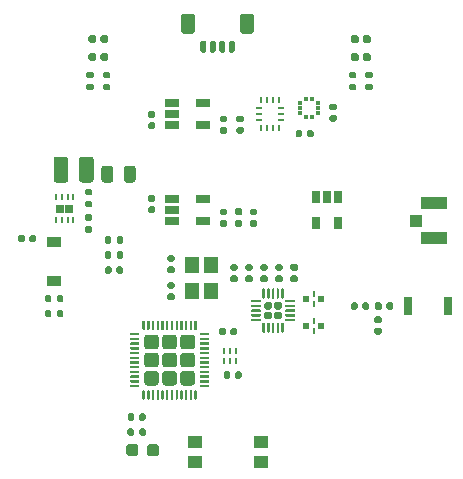
<source format=gbr>
%TF.GenerationSoftware,KiCad,Pcbnew,(5.1.10)-1*%
%TF.CreationDate,2021-11-20T18:05:25-05:00*%
%TF.ProjectId,MicroMod_Extension,4d696372-6f4d-46f6-945f-457874656e73,rev?*%
%TF.SameCoordinates,Original*%
%TF.FileFunction,Paste,Top*%
%TF.FilePolarity,Positive*%
%FSLAX46Y46*%
G04 Gerber Fmt 4.6, Leading zero omitted, Abs format (unit mm)*
G04 Created by KiCad (PCBNEW (5.1.10)-1) date 2021-11-20 18:05:25*
%MOMM*%
%LPD*%
G01*
G04 APERTURE LIST*
%ADD10R,1.150000X1.400000*%
%ADD11R,0.475000X0.250000*%
%ADD12R,0.250000X0.475000*%
%ADD13R,0.250000X0.550000*%
%ADD14R,0.460000X0.300000*%
%ADD15R,0.300000X0.460000*%
%ADD16R,1.220000X0.650000*%
%ADD17R,0.650000X0.750000*%
%ADD18R,0.250000X0.500000*%
%ADD19R,1.200000X1.000000*%
%ADD20R,1.050000X1.000000*%
%ADD21R,2.200000X1.050000*%
%ADD22R,0.250000X0.600000*%
%ADD23R,0.600000X0.600000*%
%ADD24R,0.800000X1.600000*%
%ADD25R,1.200000X0.900000*%
%ADD26R,0.650000X1.060000*%
G04 APERTURE END LIST*
D10*
%TO.C,Y1*%
X141567000Y-67521000D03*
X141567000Y-65321000D03*
X143167000Y-65321000D03*
X143167000Y-67521000D03*
%TD*%
D11*
%TO.C,U7*%
X147296500Y-53078000D03*
X147296500Y-52078000D03*
X147296500Y-52578000D03*
X149121500Y-53078000D03*
X149121500Y-52078000D03*
X149121500Y-52578000D03*
D12*
X148959000Y-53740500D03*
X147459000Y-53740500D03*
X147959000Y-53740500D03*
X148459000Y-53740500D03*
X148959000Y-51415500D03*
X147459000Y-51415500D03*
X147959000Y-51415500D03*
X148459000Y-51415500D03*
%TD*%
D13*
%TO.C,FL1*%
X145280000Y-73450000D03*
X144780000Y-73450000D03*
X144280000Y-73450000D03*
X144280000Y-72600000D03*
X144780000Y-72600000D03*
X145280000Y-72600000D03*
%TD*%
D14*
%TO.C,U8*%
X152296000Y-51620000D03*
X152296000Y-52070000D03*
X152296000Y-52520000D03*
X150726000Y-51620000D03*
X150726000Y-52070000D03*
X150726000Y-52520000D03*
D15*
X151736000Y-51285000D03*
X151286000Y-51285000D03*
X151736000Y-52855000D03*
X151286000Y-52855000D03*
%TD*%
%TO.C,J11*%
G36*
G01*
X141864000Y-44319999D02*
X141864000Y-45520001D01*
G75*
G02*
X141614001Y-45770000I-249999J0D01*
G01*
X140913999Y-45770000D01*
G75*
G02*
X140664000Y-45520001I0J249999D01*
G01*
X140664000Y-44319999D01*
G75*
G02*
X140913999Y-44070000I249999J0D01*
G01*
X141614001Y-44070000D01*
G75*
G02*
X141864000Y-44319999I0J-249999D01*
G01*
G37*
G36*
G01*
X146864000Y-44319999D02*
X146864000Y-45520001D01*
G75*
G02*
X146614001Y-45770000I-249999J0D01*
G01*
X145913999Y-45770000D01*
G75*
G02*
X145664000Y-45520001I0J249999D01*
G01*
X145664000Y-44319999D01*
G75*
G02*
X145913999Y-44070000I249999J0D01*
G01*
X146614001Y-44070000D01*
G75*
G02*
X146864000Y-44319999I0J-249999D01*
G01*
G37*
G36*
G01*
X142814000Y-46495000D02*
X142814000Y-47245000D01*
G75*
G02*
X142689000Y-47370000I-125000J0D01*
G01*
X142439000Y-47370000D01*
G75*
G02*
X142314000Y-47245000I0J125000D01*
G01*
X142314000Y-46495000D01*
G75*
G02*
X142439000Y-46370000I125000J0D01*
G01*
X142689000Y-46370000D01*
G75*
G02*
X142814000Y-46495000I0J-125000D01*
G01*
G37*
G36*
G01*
X143614000Y-46495000D02*
X143614000Y-47245000D01*
G75*
G02*
X143489000Y-47370000I-125000J0D01*
G01*
X143239000Y-47370000D01*
G75*
G02*
X143114000Y-47245000I0J125000D01*
G01*
X143114000Y-46495000D01*
G75*
G02*
X143239000Y-46370000I125000J0D01*
G01*
X143489000Y-46370000D01*
G75*
G02*
X143614000Y-46495000I0J-125000D01*
G01*
G37*
G36*
G01*
X144414000Y-46495000D02*
X144414000Y-47245000D01*
G75*
G02*
X144289000Y-47370000I-125000J0D01*
G01*
X144039000Y-47370000D01*
G75*
G02*
X143914000Y-47245000I0J125000D01*
G01*
X143914000Y-46495000D01*
G75*
G02*
X144039000Y-46370000I125000J0D01*
G01*
X144289000Y-46370000D01*
G75*
G02*
X144414000Y-46495000I0J-125000D01*
G01*
G37*
G36*
G01*
X145214000Y-46495000D02*
X145214000Y-47245000D01*
G75*
G02*
X145089000Y-47370000I-125000J0D01*
G01*
X144839000Y-47370000D01*
G75*
G02*
X144714000Y-47245000I0J125000D01*
G01*
X144714000Y-46495000D01*
G75*
G02*
X144839000Y-46370000I125000J0D01*
G01*
X145089000Y-46370000D01*
G75*
G02*
X145214000Y-46495000I0J-125000D01*
G01*
G37*
%TD*%
%TO.C,U2*%
G36*
G01*
X140610000Y-75306001D02*
X140610000Y-74565999D01*
G75*
G02*
X140859999Y-74316000I249999J0D01*
G01*
X141600001Y-74316000D01*
G75*
G02*
X141850000Y-74565999I0J-249999D01*
G01*
X141850000Y-75306001D01*
G75*
G02*
X141600001Y-75556000I-249999J0D01*
G01*
X140859999Y-75556000D01*
G75*
G02*
X140610000Y-75306001I0J249999D01*
G01*
G37*
G36*
G01*
X140610000Y-73776001D02*
X140610000Y-73035999D01*
G75*
G02*
X140859999Y-72786000I249999J0D01*
G01*
X141600001Y-72786000D01*
G75*
G02*
X141850000Y-73035999I0J-249999D01*
G01*
X141850000Y-73776001D01*
G75*
G02*
X141600001Y-74026000I-249999J0D01*
G01*
X140859999Y-74026000D01*
G75*
G02*
X140610000Y-73776001I0J249999D01*
G01*
G37*
G36*
G01*
X140610000Y-72246001D02*
X140610000Y-71505999D01*
G75*
G02*
X140859999Y-71256000I249999J0D01*
G01*
X141600001Y-71256000D01*
G75*
G02*
X141850000Y-71505999I0J-249999D01*
G01*
X141850000Y-72246001D01*
G75*
G02*
X141600001Y-72496000I-249999J0D01*
G01*
X140859999Y-72496000D01*
G75*
G02*
X140610000Y-72246001I0J249999D01*
G01*
G37*
G36*
G01*
X139080000Y-75306001D02*
X139080000Y-74565999D01*
G75*
G02*
X139329999Y-74316000I249999J0D01*
G01*
X140070001Y-74316000D01*
G75*
G02*
X140320000Y-74565999I0J-249999D01*
G01*
X140320000Y-75306001D01*
G75*
G02*
X140070001Y-75556000I-249999J0D01*
G01*
X139329999Y-75556000D01*
G75*
G02*
X139080000Y-75306001I0J249999D01*
G01*
G37*
G36*
G01*
X139080000Y-73776001D02*
X139080000Y-73035999D01*
G75*
G02*
X139329999Y-72786000I249999J0D01*
G01*
X140070001Y-72786000D01*
G75*
G02*
X140320000Y-73035999I0J-249999D01*
G01*
X140320000Y-73776001D01*
G75*
G02*
X140070001Y-74026000I-249999J0D01*
G01*
X139329999Y-74026000D01*
G75*
G02*
X139080000Y-73776001I0J249999D01*
G01*
G37*
G36*
G01*
X139080000Y-72246001D02*
X139080000Y-71505999D01*
G75*
G02*
X139329999Y-71256000I249999J0D01*
G01*
X140070001Y-71256000D01*
G75*
G02*
X140320000Y-71505999I0J-249999D01*
G01*
X140320000Y-72246001D01*
G75*
G02*
X140070001Y-72496000I-249999J0D01*
G01*
X139329999Y-72496000D01*
G75*
G02*
X139080000Y-72246001I0J249999D01*
G01*
G37*
G36*
G01*
X137550000Y-75306001D02*
X137550000Y-74565999D01*
G75*
G02*
X137799999Y-74316000I249999J0D01*
G01*
X138540001Y-74316000D01*
G75*
G02*
X138790000Y-74565999I0J-249999D01*
G01*
X138790000Y-75306001D01*
G75*
G02*
X138540001Y-75556000I-249999J0D01*
G01*
X137799999Y-75556000D01*
G75*
G02*
X137550000Y-75306001I0J249999D01*
G01*
G37*
G36*
G01*
X137550000Y-73776001D02*
X137550000Y-73035999D01*
G75*
G02*
X137799999Y-72786000I249999J0D01*
G01*
X138540001Y-72786000D01*
G75*
G02*
X138790000Y-73035999I0J-249999D01*
G01*
X138790000Y-73776001D01*
G75*
G02*
X138540001Y-74026000I-249999J0D01*
G01*
X137799999Y-74026000D01*
G75*
G02*
X137550000Y-73776001I0J249999D01*
G01*
G37*
G36*
G01*
X137550000Y-72246001D02*
X137550000Y-71505999D01*
G75*
G02*
X137799999Y-71256000I249999J0D01*
G01*
X138540001Y-71256000D01*
G75*
G02*
X138790000Y-71505999I0J-249999D01*
G01*
X138790000Y-72246001D01*
G75*
G02*
X138540001Y-72496000I-249999J0D01*
G01*
X137799999Y-72496000D01*
G75*
G02*
X137550000Y-72246001I0J249999D01*
G01*
G37*
G36*
G01*
X137400000Y-70806000D02*
X137400000Y-70106000D01*
G75*
G02*
X137450000Y-70056000I50000J0D01*
G01*
X137550000Y-70056000D01*
G75*
G02*
X137600000Y-70106000I0J-50000D01*
G01*
X137600000Y-70806000D01*
G75*
G02*
X137550000Y-70856000I-50000J0D01*
G01*
X137450000Y-70856000D01*
G75*
G02*
X137400000Y-70806000I0J50000D01*
G01*
G37*
G36*
G01*
X137800000Y-70806000D02*
X137800000Y-70106000D01*
G75*
G02*
X137850000Y-70056000I50000J0D01*
G01*
X137950000Y-70056000D01*
G75*
G02*
X138000000Y-70106000I0J-50000D01*
G01*
X138000000Y-70806000D01*
G75*
G02*
X137950000Y-70856000I-50000J0D01*
G01*
X137850000Y-70856000D01*
G75*
G02*
X137800000Y-70806000I0J50000D01*
G01*
G37*
G36*
G01*
X138200000Y-70806000D02*
X138200000Y-70106000D01*
G75*
G02*
X138250000Y-70056000I50000J0D01*
G01*
X138350000Y-70056000D01*
G75*
G02*
X138400000Y-70106000I0J-50000D01*
G01*
X138400000Y-70806000D01*
G75*
G02*
X138350000Y-70856000I-50000J0D01*
G01*
X138250000Y-70856000D01*
G75*
G02*
X138200000Y-70806000I0J50000D01*
G01*
G37*
G36*
G01*
X138600000Y-70806000D02*
X138600000Y-70106000D01*
G75*
G02*
X138650000Y-70056000I50000J0D01*
G01*
X138750000Y-70056000D01*
G75*
G02*
X138800000Y-70106000I0J-50000D01*
G01*
X138800000Y-70806000D01*
G75*
G02*
X138750000Y-70856000I-50000J0D01*
G01*
X138650000Y-70856000D01*
G75*
G02*
X138600000Y-70806000I0J50000D01*
G01*
G37*
G36*
G01*
X139000000Y-70806000D02*
X139000000Y-70106000D01*
G75*
G02*
X139050000Y-70056000I50000J0D01*
G01*
X139150000Y-70056000D01*
G75*
G02*
X139200000Y-70106000I0J-50000D01*
G01*
X139200000Y-70806000D01*
G75*
G02*
X139150000Y-70856000I-50000J0D01*
G01*
X139050000Y-70856000D01*
G75*
G02*
X139000000Y-70806000I0J50000D01*
G01*
G37*
G36*
G01*
X139400000Y-70806000D02*
X139400000Y-70106000D01*
G75*
G02*
X139450000Y-70056000I50000J0D01*
G01*
X139550000Y-70056000D01*
G75*
G02*
X139600000Y-70106000I0J-50000D01*
G01*
X139600000Y-70806000D01*
G75*
G02*
X139550000Y-70856000I-50000J0D01*
G01*
X139450000Y-70856000D01*
G75*
G02*
X139400000Y-70806000I0J50000D01*
G01*
G37*
G36*
G01*
X139800000Y-70806000D02*
X139800000Y-70106000D01*
G75*
G02*
X139850000Y-70056000I50000J0D01*
G01*
X139950000Y-70056000D01*
G75*
G02*
X140000000Y-70106000I0J-50000D01*
G01*
X140000000Y-70806000D01*
G75*
G02*
X139950000Y-70856000I-50000J0D01*
G01*
X139850000Y-70856000D01*
G75*
G02*
X139800000Y-70806000I0J50000D01*
G01*
G37*
G36*
G01*
X140200000Y-70806000D02*
X140200000Y-70106000D01*
G75*
G02*
X140250000Y-70056000I50000J0D01*
G01*
X140350000Y-70056000D01*
G75*
G02*
X140400000Y-70106000I0J-50000D01*
G01*
X140400000Y-70806000D01*
G75*
G02*
X140350000Y-70856000I-50000J0D01*
G01*
X140250000Y-70856000D01*
G75*
G02*
X140200000Y-70806000I0J50000D01*
G01*
G37*
G36*
G01*
X140600000Y-70806000D02*
X140600000Y-70106000D01*
G75*
G02*
X140650000Y-70056000I50000J0D01*
G01*
X140750000Y-70056000D01*
G75*
G02*
X140800000Y-70106000I0J-50000D01*
G01*
X140800000Y-70806000D01*
G75*
G02*
X140750000Y-70856000I-50000J0D01*
G01*
X140650000Y-70856000D01*
G75*
G02*
X140600000Y-70806000I0J50000D01*
G01*
G37*
G36*
G01*
X141000000Y-70806000D02*
X141000000Y-70106000D01*
G75*
G02*
X141050000Y-70056000I50000J0D01*
G01*
X141150000Y-70056000D01*
G75*
G02*
X141200000Y-70106000I0J-50000D01*
G01*
X141200000Y-70806000D01*
G75*
G02*
X141150000Y-70856000I-50000J0D01*
G01*
X141050000Y-70856000D01*
G75*
G02*
X141000000Y-70806000I0J50000D01*
G01*
G37*
G36*
G01*
X141400000Y-70806000D02*
X141400000Y-70106000D01*
G75*
G02*
X141450000Y-70056000I50000J0D01*
G01*
X141550000Y-70056000D01*
G75*
G02*
X141600000Y-70106000I0J-50000D01*
G01*
X141600000Y-70806000D01*
G75*
G02*
X141550000Y-70856000I-50000J0D01*
G01*
X141450000Y-70856000D01*
G75*
G02*
X141400000Y-70806000I0J50000D01*
G01*
G37*
G36*
G01*
X141800000Y-70806000D02*
X141800000Y-70106000D01*
G75*
G02*
X141850000Y-70056000I50000J0D01*
G01*
X141950000Y-70056000D01*
G75*
G02*
X142000000Y-70106000I0J-50000D01*
G01*
X142000000Y-70806000D01*
G75*
G02*
X141950000Y-70856000I-50000J0D01*
G01*
X141850000Y-70856000D01*
G75*
G02*
X141800000Y-70806000I0J50000D01*
G01*
G37*
G36*
G01*
X142250000Y-71256000D02*
X142250000Y-71156000D01*
G75*
G02*
X142300000Y-71106000I50000J0D01*
G01*
X143000000Y-71106000D01*
G75*
G02*
X143050000Y-71156000I0J-50000D01*
G01*
X143050000Y-71256000D01*
G75*
G02*
X143000000Y-71306000I-50000J0D01*
G01*
X142300000Y-71306000D01*
G75*
G02*
X142250000Y-71256000I0J50000D01*
G01*
G37*
G36*
G01*
X142250000Y-71656000D02*
X142250000Y-71556000D01*
G75*
G02*
X142300000Y-71506000I50000J0D01*
G01*
X143000000Y-71506000D01*
G75*
G02*
X143050000Y-71556000I0J-50000D01*
G01*
X143050000Y-71656000D01*
G75*
G02*
X143000000Y-71706000I-50000J0D01*
G01*
X142300000Y-71706000D01*
G75*
G02*
X142250000Y-71656000I0J50000D01*
G01*
G37*
G36*
G01*
X142250000Y-72056000D02*
X142250000Y-71956000D01*
G75*
G02*
X142300000Y-71906000I50000J0D01*
G01*
X143000000Y-71906000D01*
G75*
G02*
X143050000Y-71956000I0J-50000D01*
G01*
X143050000Y-72056000D01*
G75*
G02*
X143000000Y-72106000I-50000J0D01*
G01*
X142300000Y-72106000D01*
G75*
G02*
X142250000Y-72056000I0J50000D01*
G01*
G37*
G36*
G01*
X142250000Y-72456000D02*
X142250000Y-72356000D01*
G75*
G02*
X142300000Y-72306000I50000J0D01*
G01*
X143000000Y-72306000D01*
G75*
G02*
X143050000Y-72356000I0J-50000D01*
G01*
X143050000Y-72456000D01*
G75*
G02*
X143000000Y-72506000I-50000J0D01*
G01*
X142300000Y-72506000D01*
G75*
G02*
X142250000Y-72456000I0J50000D01*
G01*
G37*
G36*
G01*
X142250000Y-72856000D02*
X142250000Y-72756000D01*
G75*
G02*
X142300000Y-72706000I50000J0D01*
G01*
X143000000Y-72706000D01*
G75*
G02*
X143050000Y-72756000I0J-50000D01*
G01*
X143050000Y-72856000D01*
G75*
G02*
X143000000Y-72906000I-50000J0D01*
G01*
X142300000Y-72906000D01*
G75*
G02*
X142250000Y-72856000I0J50000D01*
G01*
G37*
G36*
G01*
X142250000Y-73256000D02*
X142250000Y-73156000D01*
G75*
G02*
X142300000Y-73106000I50000J0D01*
G01*
X143000000Y-73106000D01*
G75*
G02*
X143050000Y-73156000I0J-50000D01*
G01*
X143050000Y-73256000D01*
G75*
G02*
X143000000Y-73306000I-50000J0D01*
G01*
X142300000Y-73306000D01*
G75*
G02*
X142250000Y-73256000I0J50000D01*
G01*
G37*
G36*
G01*
X142250000Y-73656000D02*
X142250000Y-73556000D01*
G75*
G02*
X142300000Y-73506000I50000J0D01*
G01*
X143000000Y-73506000D01*
G75*
G02*
X143050000Y-73556000I0J-50000D01*
G01*
X143050000Y-73656000D01*
G75*
G02*
X143000000Y-73706000I-50000J0D01*
G01*
X142300000Y-73706000D01*
G75*
G02*
X142250000Y-73656000I0J50000D01*
G01*
G37*
G36*
G01*
X142250000Y-74056000D02*
X142250000Y-73956000D01*
G75*
G02*
X142300000Y-73906000I50000J0D01*
G01*
X143000000Y-73906000D01*
G75*
G02*
X143050000Y-73956000I0J-50000D01*
G01*
X143050000Y-74056000D01*
G75*
G02*
X143000000Y-74106000I-50000J0D01*
G01*
X142300000Y-74106000D01*
G75*
G02*
X142250000Y-74056000I0J50000D01*
G01*
G37*
G36*
G01*
X142250000Y-74456000D02*
X142250000Y-74356000D01*
G75*
G02*
X142300000Y-74306000I50000J0D01*
G01*
X143000000Y-74306000D01*
G75*
G02*
X143050000Y-74356000I0J-50000D01*
G01*
X143050000Y-74456000D01*
G75*
G02*
X143000000Y-74506000I-50000J0D01*
G01*
X142300000Y-74506000D01*
G75*
G02*
X142250000Y-74456000I0J50000D01*
G01*
G37*
G36*
G01*
X142250000Y-74856000D02*
X142250000Y-74756000D01*
G75*
G02*
X142300000Y-74706000I50000J0D01*
G01*
X143000000Y-74706000D01*
G75*
G02*
X143050000Y-74756000I0J-50000D01*
G01*
X143050000Y-74856000D01*
G75*
G02*
X143000000Y-74906000I-50000J0D01*
G01*
X142300000Y-74906000D01*
G75*
G02*
X142250000Y-74856000I0J50000D01*
G01*
G37*
G36*
G01*
X142250000Y-75256000D02*
X142250000Y-75156000D01*
G75*
G02*
X142300000Y-75106000I50000J0D01*
G01*
X143000000Y-75106000D01*
G75*
G02*
X143050000Y-75156000I0J-50000D01*
G01*
X143050000Y-75256000D01*
G75*
G02*
X143000000Y-75306000I-50000J0D01*
G01*
X142300000Y-75306000D01*
G75*
G02*
X142250000Y-75256000I0J50000D01*
G01*
G37*
G36*
G01*
X142250000Y-75656000D02*
X142250000Y-75556000D01*
G75*
G02*
X142300000Y-75506000I50000J0D01*
G01*
X143000000Y-75506000D01*
G75*
G02*
X143050000Y-75556000I0J-50000D01*
G01*
X143050000Y-75656000D01*
G75*
G02*
X143000000Y-75706000I-50000J0D01*
G01*
X142300000Y-75706000D01*
G75*
G02*
X142250000Y-75656000I0J50000D01*
G01*
G37*
G36*
G01*
X141800000Y-76706000D02*
X141800000Y-76006000D01*
G75*
G02*
X141850000Y-75956000I50000J0D01*
G01*
X141950000Y-75956000D01*
G75*
G02*
X142000000Y-76006000I0J-50000D01*
G01*
X142000000Y-76706000D01*
G75*
G02*
X141950000Y-76756000I-50000J0D01*
G01*
X141850000Y-76756000D01*
G75*
G02*
X141800000Y-76706000I0J50000D01*
G01*
G37*
G36*
G01*
X141400000Y-76706000D02*
X141400000Y-76006000D01*
G75*
G02*
X141450000Y-75956000I50000J0D01*
G01*
X141550000Y-75956000D01*
G75*
G02*
X141600000Y-76006000I0J-50000D01*
G01*
X141600000Y-76706000D01*
G75*
G02*
X141550000Y-76756000I-50000J0D01*
G01*
X141450000Y-76756000D01*
G75*
G02*
X141400000Y-76706000I0J50000D01*
G01*
G37*
G36*
G01*
X141000000Y-76706000D02*
X141000000Y-76006000D01*
G75*
G02*
X141050000Y-75956000I50000J0D01*
G01*
X141150000Y-75956000D01*
G75*
G02*
X141200000Y-76006000I0J-50000D01*
G01*
X141200000Y-76706000D01*
G75*
G02*
X141150000Y-76756000I-50000J0D01*
G01*
X141050000Y-76756000D01*
G75*
G02*
X141000000Y-76706000I0J50000D01*
G01*
G37*
G36*
G01*
X140600000Y-76706000D02*
X140600000Y-76006000D01*
G75*
G02*
X140650000Y-75956000I50000J0D01*
G01*
X140750000Y-75956000D01*
G75*
G02*
X140800000Y-76006000I0J-50000D01*
G01*
X140800000Y-76706000D01*
G75*
G02*
X140750000Y-76756000I-50000J0D01*
G01*
X140650000Y-76756000D01*
G75*
G02*
X140600000Y-76706000I0J50000D01*
G01*
G37*
G36*
G01*
X140200000Y-76706000D02*
X140200000Y-76006000D01*
G75*
G02*
X140250000Y-75956000I50000J0D01*
G01*
X140350000Y-75956000D01*
G75*
G02*
X140400000Y-76006000I0J-50000D01*
G01*
X140400000Y-76706000D01*
G75*
G02*
X140350000Y-76756000I-50000J0D01*
G01*
X140250000Y-76756000D01*
G75*
G02*
X140200000Y-76706000I0J50000D01*
G01*
G37*
G36*
G01*
X139800000Y-76706000D02*
X139800000Y-76006000D01*
G75*
G02*
X139850000Y-75956000I50000J0D01*
G01*
X139950000Y-75956000D01*
G75*
G02*
X140000000Y-76006000I0J-50000D01*
G01*
X140000000Y-76706000D01*
G75*
G02*
X139950000Y-76756000I-50000J0D01*
G01*
X139850000Y-76756000D01*
G75*
G02*
X139800000Y-76706000I0J50000D01*
G01*
G37*
G36*
G01*
X139400000Y-76706000D02*
X139400000Y-76006000D01*
G75*
G02*
X139450000Y-75956000I50000J0D01*
G01*
X139550000Y-75956000D01*
G75*
G02*
X139600000Y-76006000I0J-50000D01*
G01*
X139600000Y-76706000D01*
G75*
G02*
X139550000Y-76756000I-50000J0D01*
G01*
X139450000Y-76756000D01*
G75*
G02*
X139400000Y-76706000I0J50000D01*
G01*
G37*
G36*
G01*
X139000000Y-76706000D02*
X139000000Y-76006000D01*
G75*
G02*
X139050000Y-75956000I50000J0D01*
G01*
X139150000Y-75956000D01*
G75*
G02*
X139200000Y-76006000I0J-50000D01*
G01*
X139200000Y-76706000D01*
G75*
G02*
X139150000Y-76756000I-50000J0D01*
G01*
X139050000Y-76756000D01*
G75*
G02*
X139000000Y-76706000I0J50000D01*
G01*
G37*
G36*
G01*
X138600000Y-76706000D02*
X138600000Y-76006000D01*
G75*
G02*
X138650000Y-75956000I50000J0D01*
G01*
X138750000Y-75956000D01*
G75*
G02*
X138800000Y-76006000I0J-50000D01*
G01*
X138800000Y-76706000D01*
G75*
G02*
X138750000Y-76756000I-50000J0D01*
G01*
X138650000Y-76756000D01*
G75*
G02*
X138600000Y-76706000I0J50000D01*
G01*
G37*
G36*
G01*
X138200000Y-76706000D02*
X138200000Y-76006000D01*
G75*
G02*
X138250000Y-75956000I50000J0D01*
G01*
X138350000Y-75956000D01*
G75*
G02*
X138400000Y-76006000I0J-50000D01*
G01*
X138400000Y-76706000D01*
G75*
G02*
X138350000Y-76756000I-50000J0D01*
G01*
X138250000Y-76756000D01*
G75*
G02*
X138200000Y-76706000I0J50000D01*
G01*
G37*
G36*
G01*
X137800000Y-76706000D02*
X137800000Y-76006000D01*
G75*
G02*
X137850000Y-75956000I50000J0D01*
G01*
X137950000Y-75956000D01*
G75*
G02*
X138000000Y-76006000I0J-50000D01*
G01*
X138000000Y-76706000D01*
G75*
G02*
X137950000Y-76756000I-50000J0D01*
G01*
X137850000Y-76756000D01*
G75*
G02*
X137800000Y-76706000I0J50000D01*
G01*
G37*
G36*
G01*
X137400000Y-76706000D02*
X137400000Y-76006000D01*
G75*
G02*
X137450000Y-75956000I50000J0D01*
G01*
X137550000Y-75956000D01*
G75*
G02*
X137600000Y-76006000I0J-50000D01*
G01*
X137600000Y-76706000D01*
G75*
G02*
X137550000Y-76756000I-50000J0D01*
G01*
X137450000Y-76756000D01*
G75*
G02*
X137400000Y-76706000I0J50000D01*
G01*
G37*
G36*
G01*
X136350000Y-75656000D02*
X136350000Y-75556000D01*
G75*
G02*
X136400000Y-75506000I50000J0D01*
G01*
X137100000Y-75506000D01*
G75*
G02*
X137150000Y-75556000I0J-50000D01*
G01*
X137150000Y-75656000D01*
G75*
G02*
X137100000Y-75706000I-50000J0D01*
G01*
X136400000Y-75706000D01*
G75*
G02*
X136350000Y-75656000I0J50000D01*
G01*
G37*
G36*
G01*
X136350000Y-75256000D02*
X136350000Y-75156000D01*
G75*
G02*
X136400000Y-75106000I50000J0D01*
G01*
X137100000Y-75106000D01*
G75*
G02*
X137150000Y-75156000I0J-50000D01*
G01*
X137150000Y-75256000D01*
G75*
G02*
X137100000Y-75306000I-50000J0D01*
G01*
X136400000Y-75306000D01*
G75*
G02*
X136350000Y-75256000I0J50000D01*
G01*
G37*
G36*
G01*
X136350000Y-74856000D02*
X136350000Y-74756000D01*
G75*
G02*
X136400000Y-74706000I50000J0D01*
G01*
X137100000Y-74706000D01*
G75*
G02*
X137150000Y-74756000I0J-50000D01*
G01*
X137150000Y-74856000D01*
G75*
G02*
X137100000Y-74906000I-50000J0D01*
G01*
X136400000Y-74906000D01*
G75*
G02*
X136350000Y-74856000I0J50000D01*
G01*
G37*
G36*
G01*
X136350000Y-74456000D02*
X136350000Y-74356000D01*
G75*
G02*
X136400000Y-74306000I50000J0D01*
G01*
X137100000Y-74306000D01*
G75*
G02*
X137150000Y-74356000I0J-50000D01*
G01*
X137150000Y-74456000D01*
G75*
G02*
X137100000Y-74506000I-50000J0D01*
G01*
X136400000Y-74506000D01*
G75*
G02*
X136350000Y-74456000I0J50000D01*
G01*
G37*
G36*
G01*
X136350000Y-74056000D02*
X136350000Y-73956000D01*
G75*
G02*
X136400000Y-73906000I50000J0D01*
G01*
X137100000Y-73906000D01*
G75*
G02*
X137150000Y-73956000I0J-50000D01*
G01*
X137150000Y-74056000D01*
G75*
G02*
X137100000Y-74106000I-50000J0D01*
G01*
X136400000Y-74106000D01*
G75*
G02*
X136350000Y-74056000I0J50000D01*
G01*
G37*
G36*
G01*
X136350000Y-73656000D02*
X136350000Y-73556000D01*
G75*
G02*
X136400000Y-73506000I50000J0D01*
G01*
X137100000Y-73506000D01*
G75*
G02*
X137150000Y-73556000I0J-50000D01*
G01*
X137150000Y-73656000D01*
G75*
G02*
X137100000Y-73706000I-50000J0D01*
G01*
X136400000Y-73706000D01*
G75*
G02*
X136350000Y-73656000I0J50000D01*
G01*
G37*
G36*
G01*
X136350000Y-73256000D02*
X136350000Y-73156000D01*
G75*
G02*
X136400000Y-73106000I50000J0D01*
G01*
X137100000Y-73106000D01*
G75*
G02*
X137150000Y-73156000I0J-50000D01*
G01*
X137150000Y-73256000D01*
G75*
G02*
X137100000Y-73306000I-50000J0D01*
G01*
X136400000Y-73306000D01*
G75*
G02*
X136350000Y-73256000I0J50000D01*
G01*
G37*
G36*
G01*
X136350000Y-72856000D02*
X136350000Y-72756000D01*
G75*
G02*
X136400000Y-72706000I50000J0D01*
G01*
X137100000Y-72706000D01*
G75*
G02*
X137150000Y-72756000I0J-50000D01*
G01*
X137150000Y-72856000D01*
G75*
G02*
X137100000Y-72906000I-50000J0D01*
G01*
X136400000Y-72906000D01*
G75*
G02*
X136350000Y-72856000I0J50000D01*
G01*
G37*
G36*
G01*
X136350000Y-72456000D02*
X136350000Y-72356000D01*
G75*
G02*
X136400000Y-72306000I50000J0D01*
G01*
X137100000Y-72306000D01*
G75*
G02*
X137150000Y-72356000I0J-50000D01*
G01*
X137150000Y-72456000D01*
G75*
G02*
X137100000Y-72506000I-50000J0D01*
G01*
X136400000Y-72506000D01*
G75*
G02*
X136350000Y-72456000I0J50000D01*
G01*
G37*
G36*
G01*
X136350000Y-72056000D02*
X136350000Y-71956000D01*
G75*
G02*
X136400000Y-71906000I50000J0D01*
G01*
X137100000Y-71906000D01*
G75*
G02*
X137150000Y-71956000I0J-50000D01*
G01*
X137150000Y-72056000D01*
G75*
G02*
X137100000Y-72106000I-50000J0D01*
G01*
X136400000Y-72106000D01*
G75*
G02*
X136350000Y-72056000I0J50000D01*
G01*
G37*
G36*
G01*
X136350000Y-71656000D02*
X136350000Y-71556000D01*
G75*
G02*
X136400000Y-71506000I50000J0D01*
G01*
X137100000Y-71506000D01*
G75*
G02*
X137150000Y-71556000I0J-50000D01*
G01*
X137150000Y-71656000D01*
G75*
G02*
X137100000Y-71706000I-50000J0D01*
G01*
X136400000Y-71706000D01*
G75*
G02*
X136350000Y-71656000I0J50000D01*
G01*
G37*
G36*
G01*
X136350000Y-71256000D02*
X136350000Y-71156000D01*
G75*
G02*
X136400000Y-71106000I50000J0D01*
G01*
X137100000Y-71106000D01*
G75*
G02*
X137150000Y-71156000I0J-50000D01*
G01*
X137150000Y-71256000D01*
G75*
G02*
X137100000Y-71306000I-50000J0D01*
G01*
X136400000Y-71306000D01*
G75*
G02*
X136350000Y-71256000I0J50000D01*
G01*
G37*
%TD*%
%TO.C,L2*%
G36*
G01*
X145714500Y-61151000D02*
X145369500Y-61151000D01*
G75*
G02*
X145222000Y-61003500I0J147500D01*
G01*
X145222000Y-60708500D01*
G75*
G02*
X145369500Y-60561000I147500J0D01*
G01*
X145714500Y-60561000D01*
G75*
G02*
X145862000Y-60708500I0J-147500D01*
G01*
X145862000Y-61003500D01*
G75*
G02*
X145714500Y-61151000I-147500J0D01*
G01*
G37*
G36*
G01*
X145714500Y-62121000D02*
X145369500Y-62121000D01*
G75*
G02*
X145222000Y-61973500I0J147500D01*
G01*
X145222000Y-61678500D01*
G75*
G02*
X145369500Y-61531000I147500J0D01*
G01*
X145714500Y-61531000D01*
G75*
G02*
X145862000Y-61678500I0J-147500D01*
G01*
X145862000Y-61973500D01*
G75*
G02*
X145714500Y-62121000I-147500J0D01*
G01*
G37*
%TD*%
%TO.C,C25*%
G36*
G01*
X146982000Y-61141000D02*
X146642000Y-61141000D01*
G75*
G02*
X146502000Y-61001000I0J140000D01*
G01*
X146502000Y-60721000D01*
G75*
G02*
X146642000Y-60581000I140000J0D01*
G01*
X146982000Y-60581000D01*
G75*
G02*
X147122000Y-60721000I0J-140000D01*
G01*
X147122000Y-61001000D01*
G75*
G02*
X146982000Y-61141000I-140000J0D01*
G01*
G37*
G36*
G01*
X146982000Y-62101000D02*
X146642000Y-62101000D01*
G75*
G02*
X146502000Y-61961000I0J140000D01*
G01*
X146502000Y-61681000D01*
G75*
G02*
X146642000Y-61541000I140000J0D01*
G01*
X146982000Y-61541000D01*
G75*
G02*
X147122000Y-61681000I0J-140000D01*
G01*
X147122000Y-61961000D01*
G75*
G02*
X146982000Y-62101000I-140000J0D01*
G01*
G37*
%TD*%
%TO.C,C24*%
G36*
G01*
X153713000Y-52251000D02*
X153373000Y-52251000D01*
G75*
G02*
X153233000Y-52111000I0J140000D01*
G01*
X153233000Y-51831000D01*
G75*
G02*
X153373000Y-51691000I140000J0D01*
G01*
X153713000Y-51691000D01*
G75*
G02*
X153853000Y-51831000I0J-140000D01*
G01*
X153853000Y-52111000D01*
G75*
G02*
X153713000Y-52251000I-140000J0D01*
G01*
G37*
G36*
G01*
X153713000Y-53211000D02*
X153373000Y-53211000D01*
G75*
G02*
X153233000Y-53071000I0J140000D01*
G01*
X153233000Y-52791000D01*
G75*
G02*
X153373000Y-52651000I140000J0D01*
G01*
X153713000Y-52651000D01*
G75*
G02*
X153853000Y-52791000I0J-140000D01*
G01*
X153853000Y-53071000D01*
G75*
G02*
X153713000Y-53211000I-140000J0D01*
G01*
G37*
%TD*%
%TO.C,C23*%
G36*
G01*
X150930000Y-54059000D02*
X150930000Y-54399000D01*
G75*
G02*
X150790000Y-54539000I-140000J0D01*
G01*
X150510000Y-54539000D01*
G75*
G02*
X150370000Y-54399000I0J140000D01*
G01*
X150370000Y-54059000D01*
G75*
G02*
X150510000Y-53919000I140000J0D01*
G01*
X150790000Y-53919000D01*
G75*
G02*
X150930000Y-54059000I0J-140000D01*
G01*
G37*
G36*
G01*
X151890000Y-54059000D02*
X151890000Y-54399000D01*
G75*
G02*
X151750000Y-54539000I-140000J0D01*
G01*
X151470000Y-54539000D01*
G75*
G02*
X151330000Y-54399000I0J140000D01*
G01*
X151330000Y-54059000D01*
G75*
G02*
X151470000Y-53919000I140000J0D01*
G01*
X151750000Y-53919000D01*
G75*
G02*
X151890000Y-54059000I0J-140000D01*
G01*
G37*
%TD*%
%TO.C,C18*%
G36*
G01*
X134932000Y-57183000D02*
X134932000Y-58133000D01*
G75*
G02*
X134682000Y-58383000I-250000J0D01*
G01*
X134182000Y-58383000D01*
G75*
G02*
X133932000Y-58133000I0J250000D01*
G01*
X133932000Y-57183000D01*
G75*
G02*
X134182000Y-56933000I250000J0D01*
G01*
X134682000Y-56933000D01*
G75*
G02*
X134932000Y-57183000I0J-250000D01*
G01*
G37*
G36*
G01*
X136832000Y-57183000D02*
X136832000Y-58133000D01*
G75*
G02*
X136582000Y-58383000I-250000J0D01*
G01*
X136082000Y-58383000D01*
G75*
G02*
X135832000Y-58133000I0J250000D01*
G01*
X135832000Y-57183000D01*
G75*
G02*
X136082000Y-56933000I250000J0D01*
G01*
X136582000Y-56933000D01*
G75*
G02*
X136832000Y-57183000I0J-250000D01*
G01*
G37*
%TD*%
%TO.C,C1*%
G36*
G01*
X145499000Y-53667000D02*
X145839000Y-53667000D01*
G75*
G02*
X145979000Y-53807000I0J-140000D01*
G01*
X145979000Y-54087000D01*
G75*
G02*
X145839000Y-54227000I-140000J0D01*
G01*
X145499000Y-54227000D01*
G75*
G02*
X145359000Y-54087000I0J140000D01*
G01*
X145359000Y-53807000D01*
G75*
G02*
X145499000Y-53667000I140000J0D01*
G01*
G37*
G36*
G01*
X145499000Y-52707000D02*
X145839000Y-52707000D01*
G75*
G02*
X145979000Y-52847000I0J-140000D01*
G01*
X145979000Y-53127000D01*
G75*
G02*
X145839000Y-53267000I-140000J0D01*
G01*
X145499000Y-53267000D01*
G75*
G02*
X145359000Y-53127000I0J140000D01*
G01*
X145359000Y-52847000D01*
G75*
G02*
X145499000Y-52707000I140000J0D01*
G01*
G37*
%TD*%
D16*
%TO.C,U6*%
X142512000Y-59756000D03*
X142512000Y-61656000D03*
X139892000Y-61656000D03*
X139892000Y-60706000D03*
X139892000Y-59756000D03*
%TD*%
%TO.C,U5*%
X142534000Y-51628000D03*
X142534000Y-53528000D03*
X139914000Y-53528000D03*
X139914000Y-52578000D03*
X139914000Y-51628000D03*
%TD*%
D17*
%TO.C,U4*%
X130410000Y-60579000D03*
X131210000Y-60579000D03*
D18*
X131060000Y-59629000D03*
X131560000Y-59629000D03*
X131560000Y-61529000D03*
X130560000Y-61529000D03*
X130060000Y-61529000D03*
X130060000Y-59629000D03*
X130560000Y-59629000D03*
X131060000Y-61529000D03*
%TD*%
%TO.C,U3*%
G36*
G01*
X148538000Y-69792500D02*
X148538000Y-69457500D01*
G75*
G02*
X148705500Y-69290000I167500J0D01*
G01*
X149040500Y-69290000D01*
G75*
G02*
X149208000Y-69457500I0J-167500D01*
G01*
X149208000Y-69792500D01*
G75*
G02*
X149040500Y-69960000I-167500J0D01*
G01*
X148705500Y-69960000D01*
G75*
G02*
X148538000Y-69792500I0J167500D01*
G01*
G37*
G36*
G01*
X148538000Y-68972500D02*
X148538000Y-68637500D01*
G75*
G02*
X148705500Y-68470000I167500J0D01*
G01*
X149040500Y-68470000D01*
G75*
G02*
X149208000Y-68637500I0J-167500D01*
G01*
X149208000Y-68972500D01*
G75*
G02*
X149040500Y-69140000I-167500J0D01*
G01*
X148705500Y-69140000D01*
G75*
G02*
X148538000Y-68972500I0J167500D01*
G01*
G37*
G36*
G01*
X147718000Y-69792500D02*
X147718000Y-69457500D01*
G75*
G02*
X147885500Y-69290000I167500J0D01*
G01*
X148220500Y-69290000D01*
G75*
G02*
X148388000Y-69457500I0J-167500D01*
G01*
X148388000Y-69792500D01*
G75*
G02*
X148220500Y-69960000I-167500J0D01*
G01*
X147885500Y-69960000D01*
G75*
G02*
X147718000Y-69792500I0J167500D01*
G01*
G37*
G36*
G01*
X147718000Y-68972500D02*
X147718000Y-68637500D01*
G75*
G02*
X147885500Y-68470000I167500J0D01*
G01*
X148220500Y-68470000D01*
G75*
G02*
X148388000Y-68637500I0J-167500D01*
G01*
X148388000Y-68972500D01*
G75*
G02*
X148220500Y-69140000I-167500J0D01*
G01*
X147885500Y-69140000D01*
G75*
G02*
X147718000Y-68972500I0J167500D01*
G01*
G37*
G36*
G01*
X147563000Y-68140000D02*
X147563000Y-67390000D01*
G75*
G02*
X147613000Y-67340000I50000J0D01*
G01*
X147713000Y-67340000D01*
G75*
G02*
X147763000Y-67390000I0J-50000D01*
G01*
X147763000Y-68140000D01*
G75*
G02*
X147713000Y-68190000I-50000J0D01*
G01*
X147613000Y-68190000D01*
G75*
G02*
X147563000Y-68140000I0J50000D01*
G01*
G37*
G36*
G01*
X147963000Y-68140000D02*
X147963000Y-67390000D01*
G75*
G02*
X148013000Y-67340000I50000J0D01*
G01*
X148113000Y-67340000D01*
G75*
G02*
X148163000Y-67390000I0J-50000D01*
G01*
X148163000Y-68140000D01*
G75*
G02*
X148113000Y-68190000I-50000J0D01*
G01*
X148013000Y-68190000D01*
G75*
G02*
X147963000Y-68140000I0J50000D01*
G01*
G37*
G36*
G01*
X148363000Y-68140000D02*
X148363000Y-67390000D01*
G75*
G02*
X148413000Y-67340000I50000J0D01*
G01*
X148513000Y-67340000D01*
G75*
G02*
X148563000Y-67390000I0J-50000D01*
G01*
X148563000Y-68140000D01*
G75*
G02*
X148513000Y-68190000I-50000J0D01*
G01*
X148413000Y-68190000D01*
G75*
G02*
X148363000Y-68140000I0J50000D01*
G01*
G37*
G36*
G01*
X148763000Y-68140000D02*
X148763000Y-67390000D01*
G75*
G02*
X148813000Y-67340000I50000J0D01*
G01*
X148913000Y-67340000D01*
G75*
G02*
X148963000Y-67390000I0J-50000D01*
G01*
X148963000Y-68140000D01*
G75*
G02*
X148913000Y-68190000I-50000J0D01*
G01*
X148813000Y-68190000D01*
G75*
G02*
X148763000Y-68140000I0J50000D01*
G01*
G37*
G36*
G01*
X149163000Y-68140000D02*
X149163000Y-67390000D01*
G75*
G02*
X149213000Y-67340000I50000J0D01*
G01*
X149313000Y-67340000D01*
G75*
G02*
X149363000Y-67390000I0J-50000D01*
G01*
X149363000Y-68140000D01*
G75*
G02*
X149313000Y-68190000I-50000J0D01*
G01*
X149213000Y-68190000D01*
G75*
G02*
X149163000Y-68140000I0J50000D01*
G01*
G37*
G36*
G01*
X149488000Y-68465000D02*
X149488000Y-68365000D01*
G75*
G02*
X149538000Y-68315000I50000J0D01*
G01*
X150288000Y-68315000D01*
G75*
G02*
X150338000Y-68365000I0J-50000D01*
G01*
X150338000Y-68465000D01*
G75*
G02*
X150288000Y-68515000I-50000J0D01*
G01*
X149538000Y-68515000D01*
G75*
G02*
X149488000Y-68465000I0J50000D01*
G01*
G37*
G36*
G01*
X149488000Y-68865000D02*
X149488000Y-68765000D01*
G75*
G02*
X149538000Y-68715000I50000J0D01*
G01*
X150288000Y-68715000D01*
G75*
G02*
X150338000Y-68765000I0J-50000D01*
G01*
X150338000Y-68865000D01*
G75*
G02*
X150288000Y-68915000I-50000J0D01*
G01*
X149538000Y-68915000D01*
G75*
G02*
X149488000Y-68865000I0J50000D01*
G01*
G37*
G36*
G01*
X149488000Y-69265000D02*
X149488000Y-69165000D01*
G75*
G02*
X149538000Y-69115000I50000J0D01*
G01*
X150288000Y-69115000D01*
G75*
G02*
X150338000Y-69165000I0J-50000D01*
G01*
X150338000Y-69265000D01*
G75*
G02*
X150288000Y-69315000I-50000J0D01*
G01*
X149538000Y-69315000D01*
G75*
G02*
X149488000Y-69265000I0J50000D01*
G01*
G37*
G36*
G01*
X149488000Y-69665000D02*
X149488000Y-69565000D01*
G75*
G02*
X149538000Y-69515000I50000J0D01*
G01*
X150288000Y-69515000D01*
G75*
G02*
X150338000Y-69565000I0J-50000D01*
G01*
X150338000Y-69665000D01*
G75*
G02*
X150288000Y-69715000I-50000J0D01*
G01*
X149538000Y-69715000D01*
G75*
G02*
X149488000Y-69665000I0J50000D01*
G01*
G37*
G36*
G01*
X149488000Y-70065000D02*
X149488000Y-69965000D01*
G75*
G02*
X149538000Y-69915000I50000J0D01*
G01*
X150288000Y-69915000D01*
G75*
G02*
X150338000Y-69965000I0J-50000D01*
G01*
X150338000Y-70065000D01*
G75*
G02*
X150288000Y-70115000I-50000J0D01*
G01*
X149538000Y-70115000D01*
G75*
G02*
X149488000Y-70065000I0J50000D01*
G01*
G37*
G36*
G01*
X149163000Y-71040000D02*
X149163000Y-70290000D01*
G75*
G02*
X149213000Y-70240000I50000J0D01*
G01*
X149313000Y-70240000D01*
G75*
G02*
X149363000Y-70290000I0J-50000D01*
G01*
X149363000Y-71040000D01*
G75*
G02*
X149313000Y-71090000I-50000J0D01*
G01*
X149213000Y-71090000D01*
G75*
G02*
X149163000Y-71040000I0J50000D01*
G01*
G37*
G36*
G01*
X148763000Y-71040000D02*
X148763000Y-70290000D01*
G75*
G02*
X148813000Y-70240000I50000J0D01*
G01*
X148913000Y-70240000D01*
G75*
G02*
X148963000Y-70290000I0J-50000D01*
G01*
X148963000Y-71040000D01*
G75*
G02*
X148913000Y-71090000I-50000J0D01*
G01*
X148813000Y-71090000D01*
G75*
G02*
X148763000Y-71040000I0J50000D01*
G01*
G37*
G36*
G01*
X148363000Y-71040000D02*
X148363000Y-70290000D01*
G75*
G02*
X148413000Y-70240000I50000J0D01*
G01*
X148513000Y-70240000D01*
G75*
G02*
X148563000Y-70290000I0J-50000D01*
G01*
X148563000Y-71040000D01*
G75*
G02*
X148513000Y-71090000I-50000J0D01*
G01*
X148413000Y-71090000D01*
G75*
G02*
X148363000Y-71040000I0J50000D01*
G01*
G37*
G36*
G01*
X147963000Y-71040000D02*
X147963000Y-70290000D01*
G75*
G02*
X148013000Y-70240000I50000J0D01*
G01*
X148113000Y-70240000D01*
G75*
G02*
X148163000Y-70290000I0J-50000D01*
G01*
X148163000Y-71040000D01*
G75*
G02*
X148113000Y-71090000I-50000J0D01*
G01*
X148013000Y-71090000D01*
G75*
G02*
X147963000Y-71040000I0J50000D01*
G01*
G37*
G36*
G01*
X147563000Y-71040000D02*
X147563000Y-70290000D01*
G75*
G02*
X147613000Y-70240000I50000J0D01*
G01*
X147713000Y-70240000D01*
G75*
G02*
X147763000Y-70290000I0J-50000D01*
G01*
X147763000Y-71040000D01*
G75*
G02*
X147713000Y-71090000I-50000J0D01*
G01*
X147613000Y-71090000D01*
G75*
G02*
X147563000Y-71040000I0J50000D01*
G01*
G37*
G36*
G01*
X146588000Y-70065000D02*
X146588000Y-69965000D01*
G75*
G02*
X146638000Y-69915000I50000J0D01*
G01*
X147388000Y-69915000D01*
G75*
G02*
X147438000Y-69965000I0J-50000D01*
G01*
X147438000Y-70065000D01*
G75*
G02*
X147388000Y-70115000I-50000J0D01*
G01*
X146638000Y-70115000D01*
G75*
G02*
X146588000Y-70065000I0J50000D01*
G01*
G37*
G36*
G01*
X146588000Y-69665000D02*
X146588000Y-69565000D01*
G75*
G02*
X146638000Y-69515000I50000J0D01*
G01*
X147388000Y-69515000D01*
G75*
G02*
X147438000Y-69565000I0J-50000D01*
G01*
X147438000Y-69665000D01*
G75*
G02*
X147388000Y-69715000I-50000J0D01*
G01*
X146638000Y-69715000D01*
G75*
G02*
X146588000Y-69665000I0J50000D01*
G01*
G37*
G36*
G01*
X146588000Y-69265000D02*
X146588000Y-69165000D01*
G75*
G02*
X146638000Y-69115000I50000J0D01*
G01*
X147388000Y-69115000D01*
G75*
G02*
X147438000Y-69165000I0J-50000D01*
G01*
X147438000Y-69265000D01*
G75*
G02*
X147388000Y-69315000I-50000J0D01*
G01*
X146638000Y-69315000D01*
G75*
G02*
X146588000Y-69265000I0J50000D01*
G01*
G37*
G36*
G01*
X146588000Y-68865000D02*
X146588000Y-68765000D01*
G75*
G02*
X146638000Y-68715000I50000J0D01*
G01*
X147388000Y-68715000D01*
G75*
G02*
X147438000Y-68765000I0J-50000D01*
G01*
X147438000Y-68865000D01*
G75*
G02*
X147388000Y-68915000I-50000J0D01*
G01*
X146638000Y-68915000D01*
G75*
G02*
X146588000Y-68865000I0J50000D01*
G01*
G37*
G36*
G01*
X146588000Y-68465000D02*
X146588000Y-68365000D01*
G75*
G02*
X146638000Y-68315000I50000J0D01*
G01*
X147388000Y-68315000D01*
G75*
G02*
X147438000Y-68365000I0J-50000D01*
G01*
X147438000Y-68465000D01*
G75*
G02*
X147388000Y-68515000I-50000J0D01*
G01*
X146638000Y-68515000D01*
G75*
G02*
X146588000Y-68465000I0J50000D01*
G01*
G37*
%TD*%
D19*
%TO.C,SW1*%
X141853000Y-82003000D03*
X141853000Y-80303000D03*
X147453000Y-82003000D03*
X147453000Y-80303000D03*
%TD*%
%TO.C,R15*%
G36*
G01*
X133027000Y-61609000D02*
X132657000Y-61609000D01*
G75*
G02*
X132522000Y-61474000I0J135000D01*
G01*
X132522000Y-61204000D01*
G75*
G02*
X132657000Y-61069000I135000J0D01*
G01*
X133027000Y-61069000D01*
G75*
G02*
X133162000Y-61204000I0J-135000D01*
G01*
X133162000Y-61474000D01*
G75*
G02*
X133027000Y-61609000I-135000J0D01*
G01*
G37*
G36*
G01*
X133027000Y-62629000D02*
X132657000Y-62629000D01*
G75*
G02*
X132522000Y-62494000I0J135000D01*
G01*
X132522000Y-62224000D01*
G75*
G02*
X132657000Y-62089000I135000J0D01*
G01*
X133027000Y-62089000D01*
G75*
G02*
X133162000Y-62224000I0J-135000D01*
G01*
X133162000Y-62494000D01*
G75*
G02*
X133027000Y-62629000I-135000J0D01*
G01*
G37*
%TD*%
%TO.C,R14*%
G36*
G01*
X133027000Y-59450000D02*
X132657000Y-59450000D01*
G75*
G02*
X132522000Y-59315000I0J135000D01*
G01*
X132522000Y-59045000D01*
G75*
G02*
X132657000Y-58910000I135000J0D01*
G01*
X133027000Y-58910000D01*
G75*
G02*
X133162000Y-59045000I0J-135000D01*
G01*
X133162000Y-59315000D01*
G75*
G02*
X133027000Y-59450000I-135000J0D01*
G01*
G37*
G36*
G01*
X133027000Y-60470000D02*
X132657000Y-60470000D01*
G75*
G02*
X132522000Y-60335000I0J135000D01*
G01*
X132522000Y-60065000D01*
G75*
G02*
X132657000Y-59930000I135000J0D01*
G01*
X133027000Y-59930000D01*
G75*
G02*
X133162000Y-60065000I0J-135000D01*
G01*
X133162000Y-60335000D01*
G75*
G02*
X133027000Y-60470000I-135000J0D01*
G01*
G37*
%TD*%
%TO.C,R12*%
G36*
G01*
X134761000Y-64331000D02*
X134761000Y-64701000D01*
G75*
G02*
X134626000Y-64836000I-135000J0D01*
G01*
X134356000Y-64836000D01*
G75*
G02*
X134221000Y-64701000I0J135000D01*
G01*
X134221000Y-64331000D01*
G75*
G02*
X134356000Y-64196000I135000J0D01*
G01*
X134626000Y-64196000D01*
G75*
G02*
X134761000Y-64331000I0J-135000D01*
G01*
G37*
G36*
G01*
X135781000Y-64331000D02*
X135781000Y-64701000D01*
G75*
G02*
X135646000Y-64836000I-135000J0D01*
G01*
X135376000Y-64836000D01*
G75*
G02*
X135241000Y-64701000I0J135000D01*
G01*
X135241000Y-64331000D01*
G75*
G02*
X135376000Y-64196000I135000J0D01*
G01*
X135646000Y-64196000D01*
G75*
G02*
X135781000Y-64331000I0J-135000D01*
G01*
G37*
%TD*%
%TO.C,R11*%
G36*
G01*
X135241000Y-63431000D02*
X135241000Y-63061000D01*
G75*
G02*
X135376000Y-62926000I135000J0D01*
G01*
X135646000Y-62926000D01*
G75*
G02*
X135781000Y-63061000I0J-135000D01*
G01*
X135781000Y-63431000D01*
G75*
G02*
X135646000Y-63566000I-135000J0D01*
G01*
X135376000Y-63566000D01*
G75*
G02*
X135241000Y-63431000I0J135000D01*
G01*
G37*
G36*
G01*
X134221000Y-63431000D02*
X134221000Y-63061000D01*
G75*
G02*
X134356000Y-62926000I135000J0D01*
G01*
X134626000Y-62926000D01*
G75*
G02*
X134761000Y-63061000I0J-135000D01*
G01*
X134761000Y-63431000D01*
G75*
G02*
X134626000Y-63566000I-135000J0D01*
G01*
X134356000Y-63566000D01*
G75*
G02*
X134221000Y-63431000I0J135000D01*
G01*
G37*
%TD*%
%TO.C,R10*%
G36*
G01*
X156776000Y-49544000D02*
X156406000Y-49544000D01*
G75*
G02*
X156271000Y-49409000I0J135000D01*
G01*
X156271000Y-49139000D01*
G75*
G02*
X156406000Y-49004000I135000J0D01*
G01*
X156776000Y-49004000D01*
G75*
G02*
X156911000Y-49139000I0J-135000D01*
G01*
X156911000Y-49409000D01*
G75*
G02*
X156776000Y-49544000I-135000J0D01*
G01*
G37*
G36*
G01*
X156776000Y-50564000D02*
X156406000Y-50564000D01*
G75*
G02*
X156271000Y-50429000I0J135000D01*
G01*
X156271000Y-50159000D01*
G75*
G02*
X156406000Y-50024000I135000J0D01*
G01*
X156776000Y-50024000D01*
G75*
G02*
X156911000Y-50159000I0J-135000D01*
G01*
X156911000Y-50429000D01*
G75*
G02*
X156776000Y-50564000I-135000J0D01*
G01*
G37*
%TD*%
%TO.C,R9*%
G36*
G01*
X155379000Y-49544000D02*
X155009000Y-49544000D01*
G75*
G02*
X154874000Y-49409000I0J135000D01*
G01*
X154874000Y-49139000D01*
G75*
G02*
X155009000Y-49004000I135000J0D01*
G01*
X155379000Y-49004000D01*
G75*
G02*
X155514000Y-49139000I0J-135000D01*
G01*
X155514000Y-49409000D01*
G75*
G02*
X155379000Y-49544000I-135000J0D01*
G01*
G37*
G36*
G01*
X155379000Y-50564000D02*
X155009000Y-50564000D01*
G75*
G02*
X154874000Y-50429000I0J135000D01*
G01*
X154874000Y-50159000D01*
G75*
G02*
X155009000Y-50024000I135000J0D01*
G01*
X155379000Y-50024000D01*
G75*
G02*
X155514000Y-50159000I0J-135000D01*
G01*
X155514000Y-50429000D01*
G75*
G02*
X155379000Y-50564000I-135000J0D01*
G01*
G37*
%TD*%
%TO.C,R8*%
G36*
G01*
X134551000Y-49544000D02*
X134181000Y-49544000D01*
G75*
G02*
X134046000Y-49409000I0J135000D01*
G01*
X134046000Y-49139000D01*
G75*
G02*
X134181000Y-49004000I135000J0D01*
G01*
X134551000Y-49004000D01*
G75*
G02*
X134686000Y-49139000I0J-135000D01*
G01*
X134686000Y-49409000D01*
G75*
G02*
X134551000Y-49544000I-135000J0D01*
G01*
G37*
G36*
G01*
X134551000Y-50564000D02*
X134181000Y-50564000D01*
G75*
G02*
X134046000Y-50429000I0J135000D01*
G01*
X134046000Y-50159000D01*
G75*
G02*
X134181000Y-50024000I135000J0D01*
G01*
X134551000Y-50024000D01*
G75*
G02*
X134686000Y-50159000I0J-135000D01*
G01*
X134686000Y-50429000D01*
G75*
G02*
X134551000Y-50564000I-135000J0D01*
G01*
G37*
%TD*%
%TO.C,R5*%
G36*
G01*
X133154000Y-49544000D02*
X132784000Y-49544000D01*
G75*
G02*
X132649000Y-49409000I0J135000D01*
G01*
X132649000Y-49139000D01*
G75*
G02*
X132784000Y-49004000I135000J0D01*
G01*
X133154000Y-49004000D01*
G75*
G02*
X133289000Y-49139000I0J-135000D01*
G01*
X133289000Y-49409000D01*
G75*
G02*
X133154000Y-49544000I-135000J0D01*
G01*
G37*
G36*
G01*
X133154000Y-50564000D02*
X132784000Y-50564000D01*
G75*
G02*
X132649000Y-50429000I0J135000D01*
G01*
X132649000Y-50159000D01*
G75*
G02*
X132784000Y-50024000I135000J0D01*
G01*
X133154000Y-50024000D01*
G75*
G02*
X133289000Y-50159000I0J-135000D01*
G01*
X133289000Y-50429000D01*
G75*
G02*
X133154000Y-50564000I-135000J0D01*
G01*
G37*
%TD*%
%TO.C,R3*%
G36*
G01*
X129681000Y-68014000D02*
X129681000Y-68384000D01*
G75*
G02*
X129546000Y-68519000I-135000J0D01*
G01*
X129276000Y-68519000D01*
G75*
G02*
X129141000Y-68384000I0J135000D01*
G01*
X129141000Y-68014000D01*
G75*
G02*
X129276000Y-67879000I135000J0D01*
G01*
X129546000Y-67879000D01*
G75*
G02*
X129681000Y-68014000I0J-135000D01*
G01*
G37*
G36*
G01*
X130701000Y-68014000D02*
X130701000Y-68384000D01*
G75*
G02*
X130566000Y-68519000I-135000J0D01*
G01*
X130296000Y-68519000D01*
G75*
G02*
X130161000Y-68384000I0J135000D01*
G01*
X130161000Y-68014000D01*
G75*
G02*
X130296000Y-67879000I135000J0D01*
G01*
X130566000Y-67879000D01*
G75*
G02*
X130701000Y-68014000I0J-135000D01*
G01*
G37*
%TD*%
%TO.C,R2*%
G36*
G01*
X129681000Y-69284000D02*
X129681000Y-69654000D01*
G75*
G02*
X129546000Y-69789000I-135000J0D01*
G01*
X129276000Y-69789000D01*
G75*
G02*
X129141000Y-69654000I0J135000D01*
G01*
X129141000Y-69284000D01*
G75*
G02*
X129276000Y-69149000I135000J0D01*
G01*
X129546000Y-69149000D01*
G75*
G02*
X129681000Y-69284000I0J-135000D01*
G01*
G37*
G36*
G01*
X130701000Y-69284000D02*
X130701000Y-69654000D01*
G75*
G02*
X130566000Y-69789000I-135000J0D01*
G01*
X130296000Y-69789000D01*
G75*
G02*
X130161000Y-69654000I0J135000D01*
G01*
X130161000Y-69284000D01*
G75*
G02*
X130296000Y-69149000I135000J0D01*
G01*
X130566000Y-69149000D01*
G75*
G02*
X130701000Y-69284000I0J-135000D01*
G01*
G37*
%TD*%
%TO.C,R1*%
G36*
G01*
X136666000Y-79317000D02*
X136666000Y-79687000D01*
G75*
G02*
X136531000Y-79822000I-135000J0D01*
G01*
X136261000Y-79822000D01*
G75*
G02*
X136126000Y-79687000I0J135000D01*
G01*
X136126000Y-79317000D01*
G75*
G02*
X136261000Y-79182000I135000J0D01*
G01*
X136531000Y-79182000D01*
G75*
G02*
X136666000Y-79317000I0J-135000D01*
G01*
G37*
G36*
G01*
X137686000Y-79317000D02*
X137686000Y-79687000D01*
G75*
G02*
X137551000Y-79822000I-135000J0D01*
G01*
X137281000Y-79822000D01*
G75*
G02*
X137146000Y-79687000I0J135000D01*
G01*
X137146000Y-79317000D01*
G75*
G02*
X137281000Y-79182000I135000J0D01*
G01*
X137551000Y-79182000D01*
G75*
G02*
X137686000Y-79317000I0J-135000D01*
G01*
G37*
%TD*%
%TO.C,L5*%
G36*
G01*
X131122000Y-56427000D02*
X131122000Y-58127000D01*
G75*
G02*
X130872000Y-58377000I-250000J0D01*
G01*
X130122000Y-58377000D01*
G75*
G02*
X129872000Y-58127000I0J250000D01*
G01*
X129872000Y-56427000D01*
G75*
G02*
X130122000Y-56177000I250000J0D01*
G01*
X130872000Y-56177000D01*
G75*
G02*
X131122000Y-56427000I0J-250000D01*
G01*
G37*
G36*
G01*
X133272000Y-56427000D02*
X133272000Y-58127000D01*
G75*
G02*
X133022000Y-58377000I-250000J0D01*
G01*
X132272000Y-58377000D01*
G75*
G02*
X132022000Y-58127000I0J250000D01*
G01*
X132022000Y-56427000D01*
G75*
G02*
X132272000Y-56177000I250000J0D01*
G01*
X133022000Y-56177000D01*
G75*
G02*
X133272000Y-56427000I0J-250000D01*
G01*
G37*
%TD*%
%TO.C,L4*%
G36*
G01*
X150413500Y-65850000D02*
X150068500Y-65850000D01*
G75*
G02*
X149921000Y-65702500I0J147500D01*
G01*
X149921000Y-65407500D01*
G75*
G02*
X150068500Y-65260000I147500J0D01*
G01*
X150413500Y-65260000D01*
G75*
G02*
X150561000Y-65407500I0J-147500D01*
G01*
X150561000Y-65702500D01*
G75*
G02*
X150413500Y-65850000I-147500J0D01*
G01*
G37*
G36*
G01*
X150413500Y-66820000D02*
X150068500Y-66820000D01*
G75*
G02*
X149921000Y-66672500I0J147500D01*
G01*
X149921000Y-66377500D01*
G75*
G02*
X150068500Y-66230000I147500J0D01*
G01*
X150413500Y-66230000D01*
G75*
G02*
X150561000Y-66377500I0J-147500D01*
G01*
X150561000Y-66672500D01*
G75*
G02*
X150413500Y-66820000I-147500J0D01*
G01*
G37*
%TD*%
%TO.C,L3*%
G36*
G01*
X157180500Y-70675000D02*
X157525500Y-70675000D01*
G75*
G02*
X157673000Y-70822500I0J-147500D01*
G01*
X157673000Y-71117500D01*
G75*
G02*
X157525500Y-71265000I-147500J0D01*
G01*
X157180500Y-71265000D01*
G75*
G02*
X157033000Y-71117500I0J147500D01*
G01*
X157033000Y-70822500D01*
G75*
G02*
X157180500Y-70675000I147500J0D01*
G01*
G37*
G36*
G01*
X157180500Y-69705000D02*
X157525500Y-69705000D01*
G75*
G02*
X157673000Y-69852500I0J-147500D01*
G01*
X157673000Y-70147500D01*
G75*
G02*
X157525500Y-70295000I-147500J0D01*
G01*
X157180500Y-70295000D01*
G75*
G02*
X157033000Y-70147500I0J147500D01*
G01*
X157033000Y-69852500D01*
G75*
G02*
X157180500Y-69705000I147500J0D01*
G01*
G37*
%TD*%
%TO.C,L1*%
G36*
G01*
X157671000Y-68661500D02*
X157671000Y-69006500D01*
G75*
G02*
X157523500Y-69154000I-147500J0D01*
G01*
X157228500Y-69154000D01*
G75*
G02*
X157081000Y-69006500I0J147500D01*
G01*
X157081000Y-68661500D01*
G75*
G02*
X157228500Y-68514000I147500J0D01*
G01*
X157523500Y-68514000D01*
G75*
G02*
X157671000Y-68661500I0J-147500D01*
G01*
G37*
G36*
G01*
X158641000Y-68661500D02*
X158641000Y-69006500D01*
G75*
G02*
X158493500Y-69154000I-147500J0D01*
G01*
X158198500Y-69154000D01*
G75*
G02*
X158051000Y-69006500I0J147500D01*
G01*
X158051000Y-68661500D01*
G75*
G02*
X158198500Y-68514000I147500J0D01*
G01*
X158493500Y-68514000D01*
G75*
G02*
X158641000Y-68661500I0J-147500D01*
G01*
G37*
%TD*%
D20*
%TO.C,J3*%
X160527000Y-61595000D03*
D21*
X162052000Y-63070000D03*
X162052000Y-60120000D03*
%TD*%
D22*
%TO.C,FL3*%
X151892000Y-68624000D03*
X151892000Y-67774000D03*
D23*
X152517000Y-68199000D03*
X151267000Y-68199000D03*
%TD*%
D22*
%TO.C,FL2*%
X151892000Y-70910000D03*
X151892000Y-70060000D03*
D23*
X152517000Y-70485000D03*
X151267000Y-70485000D03*
%TD*%
D24*
%TO.C,<E1*%
X163244000Y-68834000D03*
X159844000Y-68834000D03*
%TD*%
%TO.C,D4*%
G36*
G01*
X155559500Y-46578000D02*
X155209500Y-46578000D01*
G75*
G02*
X155034500Y-46403000I0J175000D01*
G01*
X155034500Y-46053000D01*
G75*
G02*
X155209500Y-45878000I175000J0D01*
G01*
X155559500Y-45878000D01*
G75*
G02*
X155734500Y-46053000I0J-175000D01*
G01*
X155734500Y-46403000D01*
G75*
G02*
X155559500Y-46578000I-175000J0D01*
G01*
G37*
G36*
G01*
X156575500Y-46578000D02*
X156225500Y-46578000D01*
G75*
G02*
X156050500Y-46403000I0J175000D01*
G01*
X156050500Y-46053000D01*
G75*
G02*
X156225500Y-45878000I175000J0D01*
G01*
X156575500Y-45878000D01*
G75*
G02*
X156750500Y-46053000I0J-175000D01*
G01*
X156750500Y-46403000D01*
G75*
G02*
X156575500Y-46578000I-175000J0D01*
G01*
G37*
G36*
G01*
X155559500Y-48102000D02*
X155209500Y-48102000D01*
G75*
G02*
X155034500Y-47927000I0J175000D01*
G01*
X155034500Y-47577000D01*
G75*
G02*
X155209500Y-47402000I175000J0D01*
G01*
X155559500Y-47402000D01*
G75*
G02*
X155734500Y-47577000I0J-175000D01*
G01*
X155734500Y-47927000D01*
G75*
G02*
X155559500Y-48102000I-175000J0D01*
G01*
G37*
G36*
G01*
X156575500Y-48102000D02*
X156225500Y-48102000D01*
G75*
G02*
X156050500Y-47927000I0J175000D01*
G01*
X156050500Y-47577000D01*
G75*
G02*
X156225500Y-47402000I175000J0D01*
G01*
X156575500Y-47402000D01*
G75*
G02*
X156750500Y-47577000I0J-175000D01*
G01*
X156750500Y-47927000D01*
G75*
G02*
X156575500Y-48102000I-175000J0D01*
G01*
G37*
%TD*%
D25*
%TO.C,D3*%
X129921000Y-66674000D03*
X129921000Y-63374000D03*
%TD*%
%TO.C,D2*%
G36*
G01*
X133334500Y-46578000D02*
X132984500Y-46578000D01*
G75*
G02*
X132809500Y-46403000I0J175000D01*
G01*
X132809500Y-46053000D01*
G75*
G02*
X132984500Y-45878000I175000J0D01*
G01*
X133334500Y-45878000D01*
G75*
G02*
X133509500Y-46053000I0J-175000D01*
G01*
X133509500Y-46403000D01*
G75*
G02*
X133334500Y-46578000I-175000J0D01*
G01*
G37*
G36*
G01*
X134350500Y-46578000D02*
X134000500Y-46578000D01*
G75*
G02*
X133825500Y-46403000I0J175000D01*
G01*
X133825500Y-46053000D01*
G75*
G02*
X134000500Y-45878000I175000J0D01*
G01*
X134350500Y-45878000D01*
G75*
G02*
X134525500Y-46053000I0J-175000D01*
G01*
X134525500Y-46403000D01*
G75*
G02*
X134350500Y-46578000I-175000J0D01*
G01*
G37*
G36*
G01*
X133334500Y-48102000D02*
X132984500Y-48102000D01*
G75*
G02*
X132809500Y-47927000I0J175000D01*
G01*
X132809500Y-47577000D01*
G75*
G02*
X132984500Y-47402000I175000J0D01*
G01*
X133334500Y-47402000D01*
G75*
G02*
X133509500Y-47577000I0J-175000D01*
G01*
X133509500Y-47927000D01*
G75*
G02*
X133334500Y-48102000I-175000J0D01*
G01*
G37*
G36*
G01*
X134350500Y-48102000D02*
X134000500Y-48102000D01*
G75*
G02*
X133825500Y-47927000I0J175000D01*
G01*
X133825500Y-47577000D01*
G75*
G02*
X134000500Y-47402000I175000J0D01*
G01*
X134350500Y-47402000D01*
G75*
G02*
X134525500Y-47577000I0J-175000D01*
G01*
X134525500Y-47927000D01*
G75*
G02*
X134350500Y-48102000I-175000J0D01*
G01*
G37*
%TD*%
%TO.C,D1*%
G36*
G01*
X136187000Y-80526000D02*
X136887000Y-80526000D01*
G75*
G02*
X137037000Y-80676000I0J-150000D01*
G01*
X137037000Y-81376000D01*
G75*
G02*
X136887000Y-81526000I-150000J0D01*
G01*
X136187000Y-81526000D01*
G75*
G02*
X136037000Y-81376000I0J150000D01*
G01*
X136037000Y-80676000D01*
G75*
G02*
X136187000Y-80526000I150000J0D01*
G01*
G37*
G36*
G01*
X137941000Y-80526000D02*
X138641000Y-80526000D01*
G75*
G02*
X138791000Y-80676000I0J-150000D01*
G01*
X138791000Y-81376000D01*
G75*
G02*
X138641000Y-81526000I-150000J0D01*
G01*
X137941000Y-81526000D01*
G75*
G02*
X137791000Y-81376000I0J150000D01*
G01*
X137791000Y-80676000D01*
G75*
G02*
X137941000Y-80526000I150000J0D01*
G01*
G37*
%TD*%
%TO.C,C22*%
G36*
G01*
X144102000Y-53667000D02*
X144442000Y-53667000D01*
G75*
G02*
X144582000Y-53807000I0J-140000D01*
G01*
X144582000Y-54087000D01*
G75*
G02*
X144442000Y-54227000I-140000J0D01*
G01*
X144102000Y-54227000D01*
G75*
G02*
X143962000Y-54087000I0J140000D01*
G01*
X143962000Y-53807000D01*
G75*
G02*
X144102000Y-53667000I140000J0D01*
G01*
G37*
G36*
G01*
X144102000Y-52707000D02*
X144442000Y-52707000D01*
G75*
G02*
X144582000Y-52847000I0J-140000D01*
G01*
X144582000Y-53127000D01*
G75*
G02*
X144442000Y-53267000I-140000J0D01*
G01*
X144102000Y-53267000D01*
G75*
G02*
X143962000Y-53127000I0J140000D01*
G01*
X143962000Y-52847000D01*
G75*
G02*
X144102000Y-52707000I140000J0D01*
G01*
G37*
%TD*%
%TO.C,C21*%
G36*
G01*
X144102000Y-61541000D02*
X144442000Y-61541000D01*
G75*
G02*
X144582000Y-61681000I0J-140000D01*
G01*
X144582000Y-61961000D01*
G75*
G02*
X144442000Y-62101000I-140000J0D01*
G01*
X144102000Y-62101000D01*
G75*
G02*
X143962000Y-61961000I0J140000D01*
G01*
X143962000Y-61681000D01*
G75*
G02*
X144102000Y-61541000I140000J0D01*
G01*
G37*
G36*
G01*
X144102000Y-60581000D02*
X144442000Y-60581000D01*
G75*
G02*
X144582000Y-60721000I0J-140000D01*
G01*
X144582000Y-61001000D01*
G75*
G02*
X144442000Y-61141000I-140000J0D01*
G01*
X144102000Y-61141000D01*
G75*
G02*
X143962000Y-61001000I0J140000D01*
G01*
X143962000Y-60721000D01*
G75*
G02*
X144102000Y-60581000I140000J0D01*
G01*
G37*
%TD*%
%TO.C,C20*%
G36*
G01*
X138346000Y-59998000D02*
X138006000Y-59998000D01*
G75*
G02*
X137866000Y-59858000I0J140000D01*
G01*
X137866000Y-59578000D01*
G75*
G02*
X138006000Y-59438000I140000J0D01*
G01*
X138346000Y-59438000D01*
G75*
G02*
X138486000Y-59578000I0J-140000D01*
G01*
X138486000Y-59858000D01*
G75*
G02*
X138346000Y-59998000I-140000J0D01*
G01*
G37*
G36*
G01*
X138346000Y-60958000D02*
X138006000Y-60958000D01*
G75*
G02*
X137866000Y-60818000I0J140000D01*
G01*
X137866000Y-60538000D01*
G75*
G02*
X138006000Y-60398000I140000J0D01*
G01*
X138346000Y-60398000D01*
G75*
G02*
X138486000Y-60538000I0J-140000D01*
G01*
X138486000Y-60818000D01*
G75*
G02*
X138346000Y-60958000I-140000J0D01*
G01*
G37*
%TD*%
%TO.C,C19*%
G36*
G01*
X138006000Y-53286000D02*
X138346000Y-53286000D01*
G75*
G02*
X138486000Y-53426000I0J-140000D01*
G01*
X138486000Y-53706000D01*
G75*
G02*
X138346000Y-53846000I-140000J0D01*
G01*
X138006000Y-53846000D01*
G75*
G02*
X137866000Y-53706000I0J140000D01*
G01*
X137866000Y-53426000D01*
G75*
G02*
X138006000Y-53286000I140000J0D01*
G01*
G37*
G36*
G01*
X138006000Y-52326000D02*
X138346000Y-52326000D01*
G75*
G02*
X138486000Y-52466000I0J-140000D01*
G01*
X138486000Y-52746000D01*
G75*
G02*
X138346000Y-52886000I-140000J0D01*
G01*
X138006000Y-52886000D01*
G75*
G02*
X137866000Y-52746000I0J140000D01*
G01*
X137866000Y-52466000D01*
G75*
G02*
X138006000Y-52326000I140000J0D01*
G01*
G37*
%TD*%
%TO.C,C16*%
G36*
G01*
X146261000Y-66240000D02*
X146601000Y-66240000D01*
G75*
G02*
X146741000Y-66380000I0J-140000D01*
G01*
X146741000Y-66660000D01*
G75*
G02*
X146601000Y-66800000I-140000J0D01*
G01*
X146261000Y-66800000D01*
G75*
G02*
X146121000Y-66660000I0J140000D01*
G01*
X146121000Y-66380000D01*
G75*
G02*
X146261000Y-66240000I140000J0D01*
G01*
G37*
G36*
G01*
X146261000Y-65280000D02*
X146601000Y-65280000D01*
G75*
G02*
X146741000Y-65420000I0J-140000D01*
G01*
X146741000Y-65700000D01*
G75*
G02*
X146601000Y-65840000I-140000J0D01*
G01*
X146261000Y-65840000D01*
G75*
G02*
X146121000Y-65700000I0J140000D01*
G01*
X146121000Y-65420000D01*
G75*
G02*
X146261000Y-65280000I140000J0D01*
G01*
G37*
%TD*%
%TO.C,C15*%
G36*
G01*
X147531000Y-66240000D02*
X147871000Y-66240000D01*
G75*
G02*
X148011000Y-66380000I0J-140000D01*
G01*
X148011000Y-66660000D01*
G75*
G02*
X147871000Y-66800000I-140000J0D01*
G01*
X147531000Y-66800000D01*
G75*
G02*
X147391000Y-66660000I0J140000D01*
G01*
X147391000Y-66380000D01*
G75*
G02*
X147531000Y-66240000I140000J0D01*
G01*
G37*
G36*
G01*
X147531000Y-65280000D02*
X147871000Y-65280000D01*
G75*
G02*
X148011000Y-65420000I0J-140000D01*
G01*
X148011000Y-65700000D01*
G75*
G02*
X147871000Y-65840000I-140000J0D01*
G01*
X147531000Y-65840000D01*
G75*
G02*
X147391000Y-65700000I0J140000D01*
G01*
X147391000Y-65420000D01*
G75*
G02*
X147531000Y-65280000I140000J0D01*
G01*
G37*
%TD*%
%TO.C,C14*%
G36*
G01*
X148801000Y-66240000D02*
X149141000Y-66240000D01*
G75*
G02*
X149281000Y-66380000I0J-140000D01*
G01*
X149281000Y-66660000D01*
G75*
G02*
X149141000Y-66800000I-140000J0D01*
G01*
X148801000Y-66800000D01*
G75*
G02*
X148661000Y-66660000I0J140000D01*
G01*
X148661000Y-66380000D01*
G75*
G02*
X148801000Y-66240000I140000J0D01*
G01*
G37*
G36*
G01*
X148801000Y-65280000D02*
X149141000Y-65280000D01*
G75*
G02*
X149281000Y-65420000I0J-140000D01*
G01*
X149281000Y-65700000D01*
G75*
G02*
X149141000Y-65840000I-140000J0D01*
G01*
X148801000Y-65840000D01*
G75*
G02*
X148661000Y-65700000I0J140000D01*
G01*
X148661000Y-65420000D01*
G75*
G02*
X148801000Y-65280000I140000J0D01*
G01*
G37*
%TD*%
%TO.C,C13*%
G36*
G01*
X134801000Y-65616000D02*
X134801000Y-65956000D01*
G75*
G02*
X134661000Y-66096000I-140000J0D01*
G01*
X134381000Y-66096000D01*
G75*
G02*
X134241000Y-65956000I0J140000D01*
G01*
X134241000Y-65616000D01*
G75*
G02*
X134381000Y-65476000I140000J0D01*
G01*
X134661000Y-65476000D01*
G75*
G02*
X134801000Y-65616000I0J-140000D01*
G01*
G37*
G36*
G01*
X135761000Y-65616000D02*
X135761000Y-65956000D01*
G75*
G02*
X135621000Y-66096000I-140000J0D01*
G01*
X135341000Y-66096000D01*
G75*
G02*
X135201000Y-65956000I0J140000D01*
G01*
X135201000Y-65616000D01*
G75*
G02*
X135341000Y-65476000I140000J0D01*
G01*
X135621000Y-65476000D01*
G75*
G02*
X135761000Y-65616000I0J-140000D01*
G01*
G37*
%TD*%
%TO.C,C12*%
G36*
G01*
X127435000Y-62949000D02*
X127435000Y-63289000D01*
G75*
G02*
X127295000Y-63429000I-140000J0D01*
G01*
X127015000Y-63429000D01*
G75*
G02*
X126875000Y-63289000I0J140000D01*
G01*
X126875000Y-62949000D01*
G75*
G02*
X127015000Y-62809000I140000J0D01*
G01*
X127295000Y-62809000D01*
G75*
G02*
X127435000Y-62949000I0J-140000D01*
G01*
G37*
G36*
G01*
X128395000Y-62949000D02*
X128395000Y-63289000D01*
G75*
G02*
X128255000Y-63429000I-140000J0D01*
G01*
X127975000Y-63429000D01*
G75*
G02*
X127835000Y-63289000I0J140000D01*
G01*
X127835000Y-62949000D01*
G75*
G02*
X127975000Y-62809000I140000J0D01*
G01*
X128255000Y-62809000D01*
G75*
G02*
X128395000Y-62949000I0J-140000D01*
G01*
G37*
%TD*%
%TO.C,C11*%
G36*
G01*
X155629000Y-68664000D02*
X155629000Y-69004000D01*
G75*
G02*
X155489000Y-69144000I-140000J0D01*
G01*
X155209000Y-69144000D01*
G75*
G02*
X155069000Y-69004000I0J140000D01*
G01*
X155069000Y-68664000D01*
G75*
G02*
X155209000Y-68524000I140000J0D01*
G01*
X155489000Y-68524000D01*
G75*
G02*
X155629000Y-68664000I0J-140000D01*
G01*
G37*
G36*
G01*
X156589000Y-68664000D02*
X156589000Y-69004000D01*
G75*
G02*
X156449000Y-69144000I-140000J0D01*
G01*
X156169000Y-69144000D01*
G75*
G02*
X156029000Y-69004000I0J140000D01*
G01*
X156029000Y-68664000D01*
G75*
G02*
X156169000Y-68524000I140000J0D01*
G01*
X156449000Y-68524000D01*
G75*
G02*
X156589000Y-68664000I0J-140000D01*
G01*
G37*
%TD*%
%TO.C,C7*%
G36*
G01*
X144853000Y-71163000D02*
X144853000Y-70823000D01*
G75*
G02*
X144993000Y-70683000I140000J0D01*
G01*
X145273000Y-70683000D01*
G75*
G02*
X145413000Y-70823000I0J-140000D01*
G01*
X145413000Y-71163000D01*
G75*
G02*
X145273000Y-71303000I-140000J0D01*
G01*
X144993000Y-71303000D01*
G75*
G02*
X144853000Y-71163000I0J140000D01*
G01*
G37*
G36*
G01*
X143893000Y-71163000D02*
X143893000Y-70823000D01*
G75*
G02*
X144033000Y-70683000I140000J0D01*
G01*
X144313000Y-70683000D01*
G75*
G02*
X144453000Y-70823000I0J-140000D01*
G01*
X144453000Y-71163000D01*
G75*
G02*
X144313000Y-71303000I-140000J0D01*
G01*
X144033000Y-71303000D01*
G75*
G02*
X143893000Y-71163000I0J140000D01*
G01*
G37*
%TD*%
%TO.C,C6*%
G36*
G01*
X137106000Y-78402000D02*
X137106000Y-78062000D01*
G75*
G02*
X137246000Y-77922000I140000J0D01*
G01*
X137526000Y-77922000D01*
G75*
G02*
X137666000Y-78062000I0J-140000D01*
G01*
X137666000Y-78402000D01*
G75*
G02*
X137526000Y-78542000I-140000J0D01*
G01*
X137246000Y-78542000D01*
G75*
G02*
X137106000Y-78402000I0J140000D01*
G01*
G37*
G36*
G01*
X136146000Y-78402000D02*
X136146000Y-78062000D01*
G75*
G02*
X136286000Y-77922000I140000J0D01*
G01*
X136566000Y-77922000D01*
G75*
G02*
X136706000Y-78062000I0J-140000D01*
G01*
X136706000Y-78402000D01*
G75*
G02*
X136566000Y-78542000I-140000J0D01*
G01*
X136286000Y-78542000D01*
G75*
G02*
X136146000Y-78402000I0J140000D01*
G01*
G37*
%TD*%
D26*
%TO.C,U1*%
X153985000Y-61806000D03*
X152085000Y-61806000D03*
X152085000Y-59606000D03*
X153035000Y-59606000D03*
X153985000Y-59606000D03*
%TD*%
%TO.C,C5*%
G36*
G01*
X139657000Y-67764000D02*
X139997000Y-67764000D01*
G75*
G02*
X140137000Y-67904000I0J-140000D01*
G01*
X140137000Y-68184000D01*
G75*
G02*
X139997000Y-68324000I-140000J0D01*
G01*
X139657000Y-68324000D01*
G75*
G02*
X139517000Y-68184000I0J140000D01*
G01*
X139517000Y-67904000D01*
G75*
G02*
X139657000Y-67764000I140000J0D01*
G01*
G37*
G36*
G01*
X139657000Y-66804000D02*
X139997000Y-66804000D01*
G75*
G02*
X140137000Y-66944000I0J-140000D01*
G01*
X140137000Y-67224000D01*
G75*
G02*
X139997000Y-67364000I-140000J0D01*
G01*
X139657000Y-67364000D01*
G75*
G02*
X139517000Y-67224000I0J140000D01*
G01*
X139517000Y-66944000D01*
G75*
G02*
X139657000Y-66804000I140000J0D01*
G01*
G37*
%TD*%
%TO.C,C4*%
G36*
G01*
X144834000Y-74506000D02*
X144834000Y-74846000D01*
G75*
G02*
X144694000Y-74986000I-140000J0D01*
G01*
X144414000Y-74986000D01*
G75*
G02*
X144274000Y-74846000I0J140000D01*
G01*
X144274000Y-74506000D01*
G75*
G02*
X144414000Y-74366000I140000J0D01*
G01*
X144694000Y-74366000D01*
G75*
G02*
X144834000Y-74506000I0J-140000D01*
G01*
G37*
G36*
G01*
X145794000Y-74506000D02*
X145794000Y-74846000D01*
G75*
G02*
X145654000Y-74986000I-140000J0D01*
G01*
X145374000Y-74986000D01*
G75*
G02*
X145234000Y-74846000I0J140000D01*
G01*
X145234000Y-74506000D01*
G75*
G02*
X145374000Y-74366000I140000J0D01*
G01*
X145654000Y-74366000D01*
G75*
G02*
X145794000Y-74506000I0J-140000D01*
G01*
G37*
%TD*%
%TO.C,C3*%
G36*
G01*
X139657000Y-65478000D02*
X139997000Y-65478000D01*
G75*
G02*
X140137000Y-65618000I0J-140000D01*
G01*
X140137000Y-65898000D01*
G75*
G02*
X139997000Y-66038000I-140000J0D01*
G01*
X139657000Y-66038000D01*
G75*
G02*
X139517000Y-65898000I0J140000D01*
G01*
X139517000Y-65618000D01*
G75*
G02*
X139657000Y-65478000I140000J0D01*
G01*
G37*
G36*
G01*
X139657000Y-64518000D02*
X139997000Y-64518000D01*
G75*
G02*
X140137000Y-64658000I0J-140000D01*
G01*
X140137000Y-64938000D01*
G75*
G02*
X139997000Y-65078000I-140000J0D01*
G01*
X139657000Y-65078000D01*
G75*
G02*
X139517000Y-64938000I0J140000D01*
G01*
X139517000Y-64658000D01*
G75*
G02*
X139657000Y-64518000I140000J0D01*
G01*
G37*
%TD*%
%TO.C,C2*%
G36*
G01*
X145331000Y-65840000D02*
X144991000Y-65840000D01*
G75*
G02*
X144851000Y-65700000I0J140000D01*
G01*
X144851000Y-65420000D01*
G75*
G02*
X144991000Y-65280000I140000J0D01*
G01*
X145331000Y-65280000D01*
G75*
G02*
X145471000Y-65420000I0J-140000D01*
G01*
X145471000Y-65700000D01*
G75*
G02*
X145331000Y-65840000I-140000J0D01*
G01*
G37*
G36*
G01*
X145331000Y-66800000D02*
X144991000Y-66800000D01*
G75*
G02*
X144851000Y-66660000I0J140000D01*
G01*
X144851000Y-66380000D01*
G75*
G02*
X144991000Y-66240000I140000J0D01*
G01*
X145331000Y-66240000D01*
G75*
G02*
X145471000Y-66380000I0J-140000D01*
G01*
X145471000Y-66660000D01*
G75*
G02*
X145331000Y-66800000I-140000J0D01*
G01*
G37*
%TD*%
M02*

</source>
